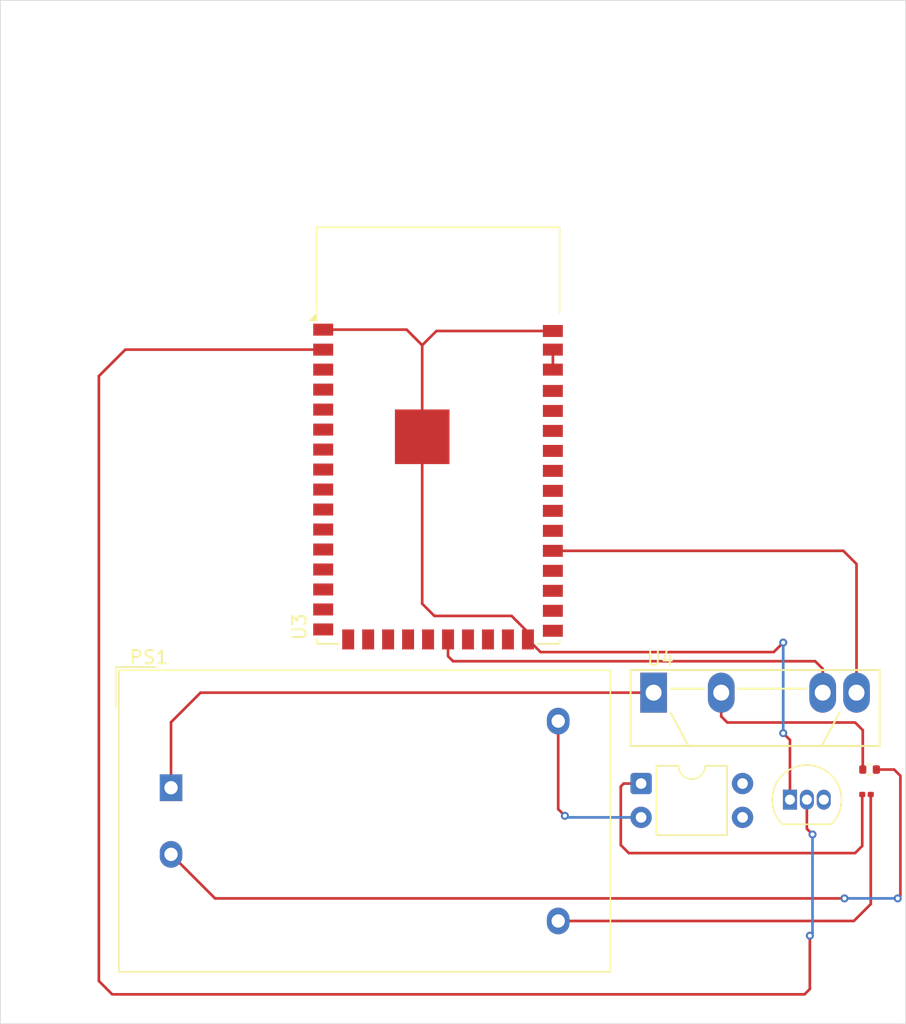
<source format=kicad_pcb>
(kicad_pcb (version 20241229) (generator "pcbnew") (generator_version "9.0")
  (layers (0 "F.Cu" signal) (2 "B.Cu" signal) (13 "F.Paste" user) (15 "B.Paste" user) (5 "F.SilkS" user "F.Silkscreen") (7 "B.SilkS" user "B.Silkscreen") (1 "F.Mask" user) (3 "B.Mask" user) (25 "Edge.Cuts" user))
  (net 0 "")
  (net 1 "Net-(PS1--Vout)")
  (net 2 "Net-(PS1-+Vout)")
  (net 3 "Net-(PS1-AC{slash}N)")
  (net 4 "Net-(PS1-AC{slash}L)")
  (net 5 "Net-(R1-Pad1)")
  (net 6 "Net-(R2-Pad1)")
  (net 7 "Net-(U1-GND)")
  (net 8 "Net-(U1-DQ)")
  (net 9 "+3.3V")
  (net 12 "Net-(U3-IO37)")
  (net 37 "Net-(U3-EN)")
  (net 41 "Net-(U3-USB_D-)")
  (footprint "RF_Module:ESP32-S2-WROVER" (layer "F.Cu") (at 101.675 117.29)
    (property "Reference" "U3" (at -10.41 10.53 90) (layer "F.SilkS"))
    (property "Value" "ESP32-S2-WROVER")
    (fp_line (start -9.125 -19.45) (end 9.13 -19.45) (stroke (width 0.12)) (layer "F.SilkS"))
    (fp_line (start -9.125 -13.2) (end -9.125 -19.45) (stroke (width 0.12)) (layer "F.SilkS"))
    (fp_line (start -9.12 11.44) (end -9.12 11.8) (stroke (width 0.12)) (layer "F.SilkS"))
    (fp_line (start -9.12 11.8) (end -7.46 11.8) (stroke (width 0.12)) (layer "F.SilkS"))
    (fp_line (start 9.12 11.54) (end 9.12 11.8) (stroke (width 0.12)) (layer "F.SilkS"))
    (fp_line (start 9.12 11.8) (end 7.46 11.8) (stroke (width 0.12)) (layer "F.SilkS"))
    (fp_line (start 9.13 -13.03) (end 9.13 -19.45) (stroke (width 0.12)) (layer "F.SilkS"))
    (fp_poly (pts (xy -9.125 -12.475) (xy -9.625 -12.475) (xy -9.125 -12.975) (xy -9.125 -12.475)) (stroke (width 0.12)) (fill yes) (layer "F.SilkS"))
    (pad "1" smd rect (at -8.625 -11.775) (size 1.5 0.9) (layers "F.Cu" "F.Mask" "F.Paste") (net 7 "Net-(U1-GND)"))
    (pad "2" smd rect (at -8.625 -10.275) (size 1.5 0.9) (layers "F.Cu" "F.Mask" "F.Paste") (net 8 "Net-(U1-DQ)"))
    (pad "3" smd rect (at -8.625 -8.775) (size 1.5 0.9) (layers "F.Cu" "F.Mask" "F.Paste"))
    (pad "4" smd rect (at -8.625 -7.275) (size 1.5 0.9) (layers "F.Cu" "F.Mask" "F.Paste"))
    (pad "5" smd rect (at -8.625 -5.775) (size 1.5 0.9) (layers "F.Cu" "F.Mask" "F.Paste"))
    (pad "6" smd rect (at -8.625 -4.275) (size 1.5 0.9) (layers "F.Cu" "F.Mask" "F.Paste"))
    (pad "7" smd rect (at -8.625 -2.775) (size 1.5 0.9) (layers "F.Cu" "F.Mask" "F.Paste"))
    (pad "8" smd rect (at -8.625 -1.275) (size 1.5 0.9) (layers "F.Cu" "F.Mask" "F.Paste"))
    (pad "9" smd rect (at -8.625 0.225) (size 1.5 0.9) (layers "F.Cu" "F.Mask" "F.Paste"))
    (pad "10" smd rect (at -8.625 1.725) (size 1.5 0.9) (layers "F.Cu" "F.Mask" "F.Paste"))
    (pad "11" smd rect (at -8.625 3.225) (size 1.5 0.9) (layers "F.Cu" "F.Mask" "F.Paste"))
    (pad "12" smd rect (at -8.625 4.725) (size 1.5 0.9) (layers "F.Cu" "F.Mask" "F.Paste"))
    (pad "13" smd rect (at -8.625 6.225) (size 1.5 0.9) (layers "F.Cu" "F.Mask" "F.Paste"))
    (pad "14" smd rect (at -8.625 7.725) (size 1.5 0.9) (layers "F.Cu" "F.Mask" "F.Paste"))
    (pad "15" smd rect (at -8.625 9.225 180) (size 1.5 0.9) (layers "F.Cu" "F.Mask" "F.Paste"))
    (pad "16" smd rect (at -8.625 10.725 180) (size 1.5 0.9) (layers "F.Cu" "F.Mask" "F.Paste"))
    (pad "17" smd rect (at -6.75 11.475) (size 0.9 1.5) (layers "F.Cu" "F.Mask" "F.Paste"))
    (pad "18" smd rect (at -5.25 11.475) (size 0.9 1.5) (layers "F.Cu" "F.Mask" "F.Paste"))
    (pad "19" smd rect (at -3.75 11.475) (size 0.9 1.5) (layers "F.Cu" "F.Mask" "F.Paste"))
    (pad "20" smd rect (at -2.25 11.475) (size 0.9 1.5) (layers "F.Cu" "F.Mask" "F.Paste"))
    (pad "21" smd rect (at -0.75 11.475) (size 0.9 1.5) (layers "F.Cu" "F.Mask" "F.Paste"))
    (pad "22" smd rect (at 0.75 11.475) (size 0.9 1.5) (layers "F.Cu" "F.Mask" "F.Paste") (net 41 "Net-(U3-USB_D-)"))
    (pad "23" smd rect (at 2.25 11.475) (size 0.9 1.5) (layers "F.Cu" "F.Mask" "F.Paste"))
    (pad "24" smd rect (at 3.75 11.475) (size 0.9 1.5) (layers "F.Cu" "F.Mask" "F.Paste"))
    (pad "25" smd rect (at 5.25 11.475) (size 0.9 1.5) (layers "F.Cu" "F.Mask" "F.Paste"))
    (pad "26" smd rect (at 6.75 11.475) (size 0.9 1.5) (layers "F.Cu" "F.Mask" "F.Paste") (net 7 "Net-(U1-GND)"))
    (pad "27" smd rect (at 8.625 10.825) (size 1.5 0.9) (layers "F.Cu" "F.Mask" "F.Paste"))
    (pad "28" smd rect (at 8.625 9.325) (size 1.5 0.9) (layers "F.Cu" "F.Mask" "F.Paste"))
    (pad "29" smd rect (at 8.625 7.825) (size 1.5 0.9) (layers "F.Cu" "F.Mask" "F.Paste"))
    (pad "30" smd rect (at 8.625 6.325) (size 1.5 0.9) (layers "F.Cu" "F.Mask" "F.Paste"))
    (pad "31" smd rect (at 8.625 4.825) (size 1.5 0.9) (layers "F.Cu" "F.Mask" "F.Paste") (net 12 "Net-(U3-IO37)"))
    (pad "32" smd rect (at 8.625 3.325) (size 1.5 0.9) (layers "F.Cu" "F.Mask" "F.Paste"))
    (pad "33" smd rect (at 8.625 1.825) (size 1.5 0.9) (layers "F.Cu" "F.Mask" "F.Paste"))
    (pad "34" smd rect (at 8.625 0.325) (size 1.5 0.9) (layers "F.Cu" "F.Mask" "F.Paste"))
    (pad "35" smd rect (at 8.625 -1.175) (size 1.5 0.9) (layers "F.Cu" "F.Mask" "F.Paste"))
    (pad "36" smd rect (at 8.625 -2.675) (size 1.5 0.9) (layers "F.Cu" "F.Mask" "F.Paste"))
    (pad "37" smd rect (at 8.625 -4.175) (size 1.5 0.9) (layers "F.Cu" "F.Mask" "F.Paste"))
    (pad "38" smd rect (at 8.625 -5.675) (size 1.5 0.9) (layers "F.Cu" "F.Mask" "F.Paste"))
    (pad "39" smd rect (at 8.625 -7.175) (size 1.5 0.9) (layers "F.Cu" "F.Mask" "F.Paste"))
    (pad "40" smd rect (at 8.625 -8.775) (size 1.5 0.9) (layers "F.Cu" "F.Mask" "F.Paste") (net 37 "Net-(U3-EN)"))
    (pad "41" smd rect (at 8.625 -10.275) (size 1.5 0.9) (layers "F.Cu" "F.Mask" "F.Paste") (net 37 "Net-(U3-EN)"))
    (pad "42" smd rect (at 8.625 -11.675) (size 1.5 0.9) (layers "F.Cu" "F.Mask" "F.Paste") (net 7 "Net-(U1-GND)"))
    (pad "43" smd rect (at -1.19 -3.735) (size 4.1 4.1) (property pad_prop_heatsink) (layers "F.Cu" "F.Mask") (net 7 "Net-(U1-GND)"))
  )
  (footprint "Package_SIP:SIP4_Sharp-SSR_P7.62mm_Straight" (layer "F.Cu") (at 117.865 132.76)
    (property "Reference" "U4" (at 0.508 -2.54 0) (layer "F.SilkS"))
    (property "Value" "S202S02")
    (fp_line (start -1.73 -1.7) (end 16.97 -1.7) (stroke (width 0.15)) (layer "F.SilkS"))
    (fp_line (start -1.73 4) (end -1.73 -1.7) (stroke (width 0.15)) (layer "F.SilkS"))
    (fp_line (start 1.27 -0.3) (end 3.81 -0.3) (stroke (width 0.15)) (layer "F.SilkS"))
    (fp_line (start 2.62 4) (end 1.28 1.5) (stroke (width 0.15)) (layer "F.SilkS"))
    (fp_line (start 6.35 -0.3) (end 11.43 -0.3) (stroke (width 0.15)) (layer "F.SilkS"))
    (fp_line (start 12.62 4) (end 13.96 1.5) (stroke (width 0.15)) (layer "F.SilkS"))
    (fp_line (start 16.97 -1.7) (end 16.97 4) (stroke (width 0.15)) (layer "F.SilkS"))
    (fp_line (start 16.97 4) (end -1.73 4) (stroke (width 0.15)) (layer "F.SilkS"))
    (pad "1" thru_hole rect (at 0 0) (size 2 3) (drill 1.2) (layers "*.Cu" "*.Mask") (net 4 "Net-(PS1-AC{slash}L)"))
    (pad "2" thru_hole oval (at 5.08 0) (size 2 3) (drill 1.2) (layers "*.Cu" "*.Mask") (net 6 "Net-(R2-Pad1)"))
    (pad "3" thru_hole oval (at 12.7 0) (size 2 3) (drill 1.2) (layers "*.Cu" "*.Mask") (net 41 "Net-(U3-USB_D-)"))
    (pad "4" thru_hole oval (at 15.24 0) (size 2 3) (drill 1.2) (layers "*.Cu" "*.Mask") (net 12 "Net-(U3-IO37)"))
  )
  (footprint "Resistor_SMD:R_0402_1005Metric" (layer "F.Cu") (at 134.085 138.53)
    (property "Reference" "R2" (hide yes))
    (property "Value" "Heater")
    (fp_line (start -0.153641 -0.38) (end 0.153641 -0.38) (stroke (width 0.12)) (layer "F.SilkS"))
    (fp_line (start -0.153641 0.38) (end 0.153641 0.38) (stroke (width 0.12)) (layer "F.SilkS"))
    (pad "1" smd roundrect (at -0.51 0) (size 0.54 0.64) (layers "F.Cu" "F.Mask" "F.Paste") (net 6 "Net-(R2-Pad1)"))
    (pad "2" smd roundrect (at 0.51 0) (size 0.54 0.64) (layers "F.Cu" "F.Mask" "F.Paste") (net 3 "Net-(PS1-AC{slash}N)"))
  )
  (footprint "Converter_ACDC:Converter_ACDC_Hi-Link_HLK-PMxx" (layer "F.Cu") (at 81.62 139.895)
    (property "Reference" "PS1" (at -1.66 -9.79 0) (layer "F.SilkS"))
    (property "Value" "HLK-PM03")
    (fp_line (start -4.16 -9.05) (end -1.16 -9.05) (stroke (width 0.12)) (layer "F.SilkS"))
    (fp_line (start -4.16 -6.05) (end -4.16 -9.05) (stroke (width 0.12)) (layer "F.SilkS"))
    (fp_line (start -3.92 -8.81) (end -3.92 13.81) (stroke (width 0.12)) (layer "F.SilkS"))
    (fp_line (start -3.92 -8.81) (end 33 -8.81) (stroke (width 0.12)) (layer "F.SilkS"))
    (fp_line (start -3.92 13.81) (end 33 13.81) (stroke (width 0.12)) (layer "F.SilkS"))
    (fp_line (start 33 -8.81) (end 33 13.81) (stroke (width 0.12)) (layer "F.SilkS"))
    (pad "1" thru_hole rect (at 0 0) (size 1.7 2) (drill 1) (layers "*.Cu" "*.Mask") (net 4 "Net-(PS1-AC{slash}L)"))
    (pad "2" thru_hole oval (at 0 5) (size 1.7 2) (drill 1) (layers "*.Cu" "*.Mask") (net 3 "Net-(PS1-AC{slash}N)"))
    (pad "3" thru_hole oval (at 29.08 -5) (size 1.7 2) (drill 1) (layers "*.Cu" "*.Mask") (net 1 "Net-(PS1--Vout)"))
    (pad "4" thru_hole oval (at 29.08 10) (size 1.7 2) (drill 1) (layers "*.Cu" "*.Mask") (net 2 "Net-(PS1-+Vout)"))
  )
  (footprint "Package_TO_SOT_THT:TO-92_Inline" (layer "F.Cu") (at 128.105 140.79)
    (property "Reference" "U1" (hide yes))
    (property "Value" "DS18B20")
    (fp_line (start -0.53 1.85) (end 3.07 1.85) (stroke (width 0.12)) (layer "F.SilkS"))
    (fp_arc (start -0.568478 1.838478) (mid -1.132087 -0.994977) (end 1.27 -2.6) (stroke (width 0.12)) (layer "F.SilkS"))
    (fp_arc (start 1.27 -2.6) (mid 3.672087 -0.994977) (end 3.108478 1.838478) (stroke (width 0.12)) (layer "F.SilkS"))
    (pad "1" thru_hole rect (at 0 0) (size 1.05 1.5) (drill 0.75) (layers "*.Cu" "*.Mask") (net 7 "Net-(U1-GND)"))
    (pad "2" thru_hole oval (at 1.27 0) (size 1.05 1.5) (drill 0.75) (layers "*.Cu" "*.Mask") (net 8 "Net-(U1-DQ)"))
    (pad "3" thru_hole oval (at 2.54 0) (size 1.05 1.5) (drill 0.75) (layers "*.Cu" "*.Mask") (net 9 "+3.3V"))
  )
  (footprint "Resistor_SMD:R_0201_0603Metric" (layer "F.Cu") (at 133.855 140.4)
    (property "Reference" "R1" (hide yes))
    (property "Value" "R_US")
    (pad "1" smd roundrect (at -0.32 0) (size 0.46 0.4) (layers "F.Cu" "F.Mask") (net 5 "Net-(R1-Pad1)"))
    (pad "2" smd roundrect (at 0.32 0) (size 0.46 0.4) (layers "F.Cu" "F.Mask") (net 2 "Net-(PS1-+Vout)"))
  )
  (footprint "Package_DIP:DIP-4_W7.62mm" (layer "F.Cu") (at 116.925 139.58)
    (property "Reference" "U2" (hide yes))
    (property "Value" "EL817")
    (fp_line (start 1.16 -1.33) (end 1.16 3.87) (stroke (width 0.12)) (layer "F.SilkS"))
    (fp_line (start 1.16 3.87) (end 6.46 3.87) (stroke (width 0.12)) (layer "F.SilkS"))
    (fp_line (start 2.81 -1.33) (end 1.16 -1.33) (stroke (width 0.12)) (layer "F.SilkS"))
    (fp_line (start 6.46 -1.33) (end 4.81 -1.33) (stroke (width 0.12)) (layer "F.SilkS"))
    (fp_line (start 6.46 3.87) (end 6.46 -1.33) (stroke (width 0.12)) (layer "F.SilkS"))
    (fp_arc (start 4.81 -1.33) (mid 3.81 -0.33) (end 2.81 -1.33) (stroke (width 0.12)) (layer "F.SilkS"))
    (pad "1" thru_hole roundrect (at 0 0) (size 1.6 1.6) (drill 0.8) (layers "*.Cu" "*.Mask") (roundrect_rratio 0.15625) (net 5 "Net-(R1-Pad1)"))
    (pad "2" thru_hole circle (at 0 2.54) (size 1.6 1.6) (drill 0.8) (layers "*.Cu" "*.Mask") (net 1 "Net-(PS1--Vout)"))
    (pad "3" thru_hole circle (at 7.62 2.54) (size 1.6 1.6) (drill 0.8) (layers "*.Cu" "*.Mask"))
    (pad "4" thru_hole circle (at 7.62 0) (size 1.6 1.6) (drill 0.8) (layers "*.Cu" "*.Mask"))
  )
  (gr_rect (start 68.8 80.8) (end 136.8 157.6) (stroke (width 0.05)) (fill no) (layer "Edge.Cuts"))
  (segment (start 110.7 141.5) (end 111.2 142) (width 0.2) (layer "F.Cu") (net 1))
  (segment (start 110.7 134.895) (end 110.7 141.5) (width 0.2) (layer "F.Cu") (net 1))
  (via (at 111.2 142) (size 0.6) (drill 0.3) (layers "F.Cu" "B.Cu") (net 1))
  (segment (start 111.2 142) (end 111.32 142.12) (width 0.2) (layer "B.Cu") (net 1))
  (segment (start 111.32 142.12) (end 116.925 142.12) (width 0.2) (layer "B.Cu") (net 1))
  (segment (start 132.905 149.895) (end 110.7 149.895) (width 0.2) (layer "F.Cu") (net 2))
  (segment (start 134.175 140.4) (end 134.175 148.625) (width 0.2) (layer "F.Cu") (net 2))
  (segment (start 134.175 148.625) (end 132.905 149.895) (width 0.2) (layer "F.Cu") (net 2))
  (segment (start 81.62 144.895) (end 84.925 148.2) (width 0.2) (layer "F.Cu") (net 3))
  (segment (start 136.4 139) (end 136.4 148) (width 0.2) (layer "F.Cu") (net 3))
  (segment (start 84.925 148.2) (end 132.2 148.2) (width 0.2) (layer "F.Cu") (net 3))
  (segment (start 136.4 148) (end 136.2 148.2) (width 0.2) (layer "F.Cu") (net 3))
  (segment (start 134.595 138.53) (end 135.93 138.53) (width 0.2) (layer "F.Cu") (net 3))
  (segment (start 135.93 138.53) (end 136.4 139) (width 0.2) (layer "F.Cu") (net 3))
  (via (at 132.2 148.2) (size 0.6) (drill 0.3) (layers "F.Cu" "B.Cu") (net 3))
  (via (at 136.2 148.2) (size 0.6) (drill 0.3) (layers "F.Cu" "B.Cu") (net 3))
  (segment (start 132.2 148.2) (end 136.2 148.2) (width 0.2) (layer "B.Cu") (net 3))
  (segment (start 83.84 132.76) (end 117.865 132.76) (width 0.2) (layer "F.Cu") (net 4))
  (segment (start 81.62 139.895) (end 81.62 134.98) (width 0.2) (layer "F.Cu") (net 4))
  (segment (start 81.62 134.98) (end 83.84 132.76) (width 0.2) (layer "F.Cu") (net 4))
  (segment (start 116 144.8) (end 115.4 144.2) (width 0.2) (layer "F.Cu") (net 5))
  (segment (start 115.4 139.8) (end 115.62 139.58) (width 0.2) (layer "F.Cu") (net 5))
  (segment (start 133 144.8) (end 116 144.8) (width 0.2) (layer "F.Cu") (net 5))
  (segment (start 115.4 144.2) (end 115.4 139.8) (width 0.2) (layer "F.Cu") (net 5))
  (segment (start 115.62 139.58) (end 116.925 139.58) (width 0.2) (layer "F.Cu") (net 5))
  (segment (start 133.535 144.265) (end 133 144.8) (width 0.2) (layer "F.Cu") (net 5))
  (segment (start 133.535 140.4) (end 133.535 144.265) (width 0.2) (layer "F.Cu") (net 5))
  (segment (start 122.945 134.545) (end 122.945 132.76) (width 0.2) (layer "F.Cu") (net 6))
  (segment (start 133 135) (end 123.4 135) (width 0.2) (layer "F.Cu") (net 6))
  (segment (start 133.575 138.53) (end 133.575 135.575) (width 0.2) (layer "F.Cu") (net 6))
  (segment (start 123.4 135) (end 122.945 134.545) (width 0.2) (layer "F.Cu") (net 6))
  (segment (start 133.575 135.575) (end 133 135) (width 0.2) (layer "F.Cu") (net 6))
  (segment (start 100.485 113.555) (end 100.485 126.085) (width 0.2) (layer "F.Cu") (net 7))
  (segment (start 108.425 128.765) (end 109.375 129.715) (width 0.2) (layer "F.Cu") (net 7))
  (segment (start 100.485 126.085) (end 101.4 127) (width 0.2) (layer "F.Cu") (net 7))
  (segment (start 100.485 106.685) (end 99.315 105.515) (width 0.2) (layer "F.Cu") (net 7))
  (segment (start 107.2 127) (end 108.425 128.225) (width 0.2) (layer "F.Cu") (net 7))
  (segment (start 100.485 106.685) (end 101.555 105.615) (width 0.2) (layer "F.Cu") (net 7))
  (segment (start 128.105 136.305) (end 128.105 140.79) (width 0.2) (layer "F.Cu") (net 7))
  (segment (start 109.375 129.715) (end 126.885 129.715) (width 0.2) (layer "F.Cu") (net 7))
  (segment (start 101.4 127) (end 107.2 127) (width 0.2) (layer "F.Cu") (net 7))
  (segment (start 127.6 135.8) (end 128.105 136.305) (width 0.2) (layer "F.Cu") (net 7))
  (segment (start 100.485 113.555) (end 100.485 106.685) (width 0.2) (layer "F.Cu") (net 7))
  (segment (start 108.425 128.225) (end 108.425 128.765) (width 0.2) (layer "F.Cu") (net 7))
  (segment (start 126.885 129.715) (end 127.6 129) (width 0.2) (layer "F.Cu") (net 7))
  (segment (start 101.555 105.615) (end 110.3 105.615) (width 0.2) (layer "F.Cu") (net 7))
  (segment (start 99.315 105.515) (end 93.05 105.515) (width 0.2) (layer "F.Cu") (net 7))
  (via (at 127.6 135.8) (size 0.6) (drill 0.3) (layers "F.Cu" "B.Cu") (net 7))
  (via (at 127.6 129) (size 0.6) (drill 0.3) (layers "F.Cu" "B.Cu") (net 7))
  (segment (start 127.6 129) (end 127.6 135.8) (width 0.2) (layer "B.Cu") (net 7))
  (segment (start 129.375 142.975) (end 129.8 143.4) (width 0.2) (layer "F.Cu") (net 8))
  (segment (start 76.2 154.4) (end 76.2 109) (width 0.2) (layer "F.Cu") (net 8))
  (segment (start 129.2 155.4) (end 77.2 155.4) (width 0.2) (layer "F.Cu") (net 8))
  (segment (start 129.375 140.79) (end 129.375 142.975) (width 0.2) (layer "F.Cu") (net 8))
  (segment (start 129.6 155) (end 129.2 155.4) (width 0.2) (layer "F.Cu") (net 8))
  (segment (start 77.2 155.4) (end 76.2 154.4) (width 0.2) (layer "F.Cu") (net 8))
  (segment (start 76.2 109) (end 78.185 107.015) (width 0.2) (layer "F.Cu") (net 8))
  (segment (start 78.185 107.015) (end 93.05 107.015) (width 0.2) (layer "F.Cu") (net 8))
  (segment (start 129.6 151) (end 129.6 155) (width 0.2) (layer "F.Cu") (net 8))
  (via (at 129.8 143.4) (size 0.6) (drill 0.3) (layers "F.Cu" "B.Cu") (net 8))
  (via (at 129.6 151) (size 0.6) (drill 0.3) (layers "F.Cu" "B.Cu") (net 8))
  (segment (start 129.8 150.8) (end 129.6 151) (width 0.2) (layer "B.Cu") (net 8))
  (segment (start 129.8 143.4) (end 129.8 150.8) (width 0.2) (layer "B.Cu") (net 8))
  (segment (start 133.105 123.105) (end 133.105 132.76) (width 0.2) (layer "F.Cu") (net 12))
  (segment (start 132.115 122.115) (end 133.105 123.105) (width 0.2) (layer "F.Cu") (net 12))
  (segment (start 110.3 122.115) (end 132.115 122.115) (width 0.2) (layer "F.Cu") (net 12))
  (segment (start 110.3 107.015) (end 110.3 108.515) (width 0.2) (layer "F.Cu") (net 37))
  (segment (start 130.565 132.76) (end 130.565 130.965) (width 0.2) (layer "F.Cu") (net 41))
  (segment (start 130 130.4) (end 102.8 130.4) (width 0.2) (layer "F.Cu") (net 41))
  (segment (start 102.425 130.025) (end 102.425 128.765) (width 0.2) (layer "F.Cu") (net 41))
  (segment (start 102.8 130.4) (end 102.425 130.025) (width 0.2) (layer "F.Cu") (net 41))
  (segment (start 130.565 130.965) (end 130 130.4) (width 0.2) (layer "F.Cu") (net 41))
)
</source>
